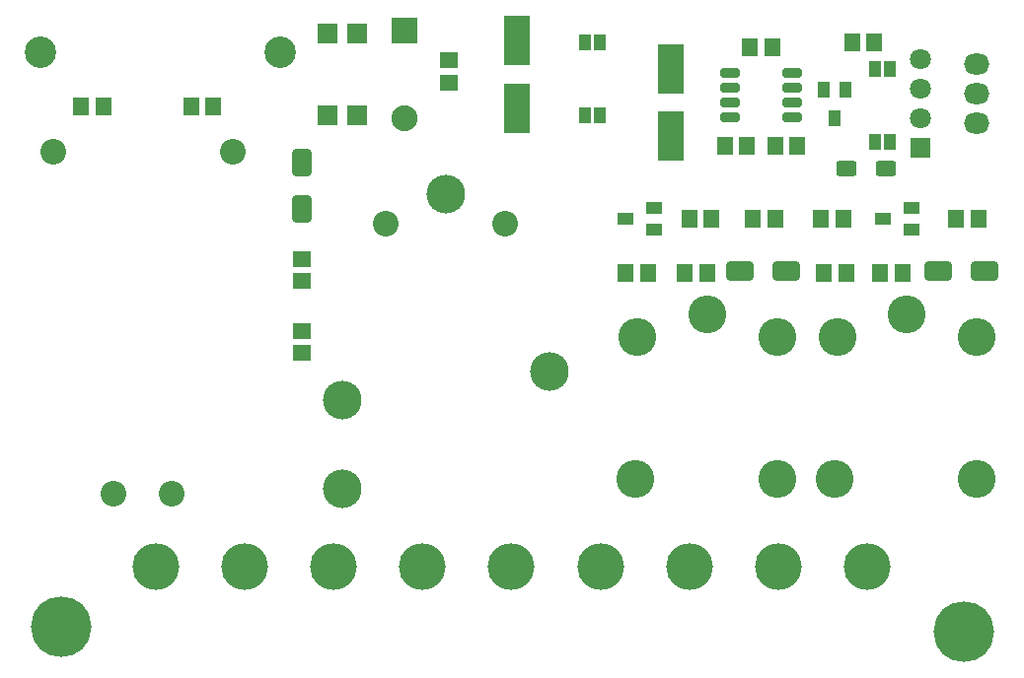
<source format=gbr>
G04*
G04 #@! TF.GenerationSoftware,Altium Limited,Altium Designer,25.0.2 (28)*
G04*
G04 Layer_Color=8388736*
%FSTAX25Y25*%
%MOIN*%
G70*
G04*
G04 #@! TF.SameCoordinates,1D9F657F-D979-4B8D-A71A-BEDC461EC683*
G04*
G04*
G04 #@! TF.FilePolarity,Negative*
G04*
G01*
G75*
%ADD30R,0.05524X0.06312*%
%ADD31R,0.06902X0.06902*%
%ADD32R,0.04147X0.05524*%
%ADD33R,0.08674X0.16548*%
%ADD34R,0.06312X0.05524*%
G04:AMPARAMS|DCode=35|XSize=67.06mil|YSize=51.31mil|CornerRadius=7.9mil|HoleSize=0mil|Usage=FLASHONLY|Rotation=0.000|XOffset=0mil|YOffset=0mil|HoleType=Round|Shape=RoundedRectangle|*
%AMROUNDEDRECTD35*
21,1,0.06706,0.03551,0,0,0.0*
21,1,0.05126,0.05131,0,0,0.0*
1,1,0.01580,0.02563,-0.01776*
1,1,0.01580,-0.02563,-0.01776*
1,1,0.01580,-0.02563,0.01776*
1,1,0.01580,0.02563,0.01776*
%
%ADD35ROUNDEDRECTD35*%
%ADD36R,0.04000X0.05600*%
%ADD37R,0.05524X0.04147*%
G04:AMPARAMS|DCode=38|XSize=33.59mil|YSize=67.06mil|CornerRadius=10.4mil|HoleSize=0mil|Usage=FLASHONLY|Rotation=90.000|XOffset=0mil|YOffset=0mil|HoleType=Round|Shape=RoundedRectangle|*
%AMROUNDEDRECTD38*
21,1,0.03359,0.04626,0,0,90.0*
21,1,0.01280,0.06706,0,0,90.0*
1,1,0.02080,0.02313,0.00640*
1,1,0.02080,0.02313,-0.00640*
1,1,0.02080,-0.02313,-0.00640*
1,1,0.02080,-0.02313,0.00640*
%
%ADD38ROUNDEDRECTD38*%
G04:AMPARAMS|DCode=39|XSize=96.58mil|YSize=69.02mil|CornerRadius=19.26mil|HoleSize=0mil|Usage=FLASHONLY|Rotation=180.000|XOffset=0mil|YOffset=0mil|HoleType=Round|Shape=RoundedRectangle|*
%AMROUNDEDRECTD39*
21,1,0.09658,0.03051,0,0,180.0*
21,1,0.05807,0.06902,0,0,180.0*
1,1,0.03851,-0.02904,0.01526*
1,1,0.03851,0.02904,0.01526*
1,1,0.03851,0.02904,-0.01526*
1,1,0.03851,-0.02904,-0.01526*
%
%ADD39ROUNDEDRECTD39*%
G04:AMPARAMS|DCode=40|XSize=96.58mil|YSize=69.02mil|CornerRadius=19.26mil|HoleSize=0mil|Usage=FLASHONLY|Rotation=270.000|XOffset=0mil|YOffset=0mil|HoleType=Round|Shape=RoundedRectangle|*
%AMROUNDEDRECTD40*
21,1,0.09658,0.03051,0,0,270.0*
21,1,0.05807,0.06902,0,0,270.0*
1,1,0.03851,-0.01526,-0.02904*
1,1,0.03851,-0.01526,0.02904*
1,1,0.03851,0.01526,0.02904*
1,1,0.03851,0.01526,-0.02904*
%
%ADD40ROUNDEDRECTD40*%
%ADD41R,0.08800X0.08800*%
%ADD42C,0.08800*%
%ADD43C,0.15761*%
%ADD44C,0.08674*%
%ADD45C,0.13068*%
%ADD46R,0.07099X0.07099*%
%ADD47C,0.07099*%
%ADD48C,0.10642*%
%ADD49C,0.12800*%
%ADD50C,0.20485*%
%ADD51C,0.02769*%
%ADD52O,0.08674X0.07099*%
D30*
X0303316Y015333D02*
D03*
X0295836D02*
D03*
X0286336Y0231292D02*
D03*
X0293816D02*
D03*
X0259316Y0229532D02*
D03*
X0251836D02*
D03*
X0267816Y0196292D02*
D03*
X0260336D02*
D03*
X0250816Y0196318D02*
D03*
X0243336D02*
D03*
X0238816Y0171524D02*
D03*
X0231336D02*
D03*
X0260316Y0171498D02*
D03*
X0252836D02*
D03*
X0229836Y015333D02*
D03*
X0237316D02*
D03*
X0217317Y0153304D02*
D03*
X0209836D02*
D03*
X0283316Y0171498D02*
D03*
X0275836D02*
D03*
X0329039D02*
D03*
X0321559D02*
D03*
X0284316Y0153304D02*
D03*
X0276836D02*
D03*
X0025802Y0209606D02*
D03*
X0033282D02*
D03*
X0070539Y0209531D02*
D03*
X0063059D02*
D03*
D31*
X0109059Y0234311D02*
D03*
X0119059D02*
D03*
X0109059Y0206752D02*
D03*
X0119059D02*
D03*
D32*
X0276679Y0215453D02*
D03*
X0284259Y0215431D02*
D03*
X0280539Y020561D02*
D03*
D33*
X0225059Y0199614D02*
D03*
Y0222449D02*
D03*
X0173059Y0231949D02*
D03*
Y0209114D02*
D03*
D34*
X0150059Y0225254D02*
D03*
Y0217774D02*
D03*
X0100559Y0158012D02*
D03*
Y0150531D02*
D03*
Y0126274D02*
D03*
Y0133754D02*
D03*
D35*
X0284445Y0188531D02*
D03*
X0297673D02*
D03*
D36*
X0299059Y0222431D02*
D03*
X0294059D02*
D03*
Y0197632D02*
D03*
X0299059D02*
D03*
X0196059Y0206631D02*
D03*
X0201059D02*
D03*
Y0231432D02*
D03*
X0196059D02*
D03*
D37*
X0209638Y0171552D02*
D03*
X0219459Y0167832D02*
D03*
X021948Y0175411D02*
D03*
X0296638Y0171552D02*
D03*
X0306459Y0167832D02*
D03*
X030648Y0175411D02*
D03*
D38*
X0265976Y0206031D02*
D03*
X0265976Y0211032D02*
D03*
Y0216032D02*
D03*
X0265976Y0221031D02*
D03*
X0245142Y0221031D02*
D03*
X0245142Y0216032D02*
D03*
Y0211032D02*
D03*
X0245142Y0206031D02*
D03*
D39*
X0331059Y0154032D02*
D03*
X0315311D02*
D03*
X0248311D02*
D03*
X0264059D02*
D03*
D40*
X0100559Y0175031D02*
D03*
Y0190779D02*
D03*
D41*
X0135059Y0235492D02*
D03*
D42*
Y0205571D02*
D03*
D43*
X0051059Y0054031D02*
D03*
X0081059D02*
D03*
X0111059D02*
D03*
X0141059D02*
D03*
X0171059D02*
D03*
X0201559D02*
D03*
X0231559D02*
D03*
X0261559D02*
D03*
X0291559D02*
D03*
D44*
X0036874Y0078531D02*
D03*
X0056559D02*
D03*
X0016402Y019428D02*
D03*
X0077031D02*
D03*
X0128941Y0170031D02*
D03*
X0169098D02*
D03*
D45*
X011398Y0080268D02*
D03*
X0184059Y0120031D02*
D03*
X011398Y0110189D02*
D03*
X014902Y0179874D02*
D03*
D46*
X0309559Y0195531D02*
D03*
D47*
Y0205532D02*
D03*
Y0225532D02*
D03*
Y0215531D02*
D03*
D48*
X0012008Y0228031D02*
D03*
X009311D02*
D03*
D49*
X0237437Y0139437D02*
D03*
X0261059Y0083531D02*
D03*
X0213059Y0083531D02*
D03*
X0261059Y0131563D02*
D03*
X0213815D02*
D03*
X0304937Y0139437D02*
D03*
X0328559Y0083531D02*
D03*
X0280559D02*
D03*
X0328559Y0131563D02*
D03*
X0281315D02*
D03*
D50*
X0324008Y0032033D02*
D03*
X0019059Y0033531D02*
D03*
D51*
X0332008Y0030033D02*
D03*
X0331079Y0036275D02*
D03*
X0326008Y0040033D02*
D03*
X0319765Y0039104D02*
D03*
X0316008Y0034033D02*
D03*
X0316937Y002779D02*
D03*
X0322008Y0024033D02*
D03*
X0328251Y0024962D02*
D03*
X0027059Y0031532D02*
D03*
X002613Y0037774D02*
D03*
X0021059Y0041532D02*
D03*
X0014816Y0040603D02*
D03*
X0011059Y0035531D02*
D03*
X0011988Y0029289D02*
D03*
X0017059Y0025532D02*
D03*
X0023302Y002646D02*
D03*
D52*
X0328559Y0224031D02*
D03*
Y0214032D02*
D03*
Y0204031D02*
D03*
M02*

</source>
